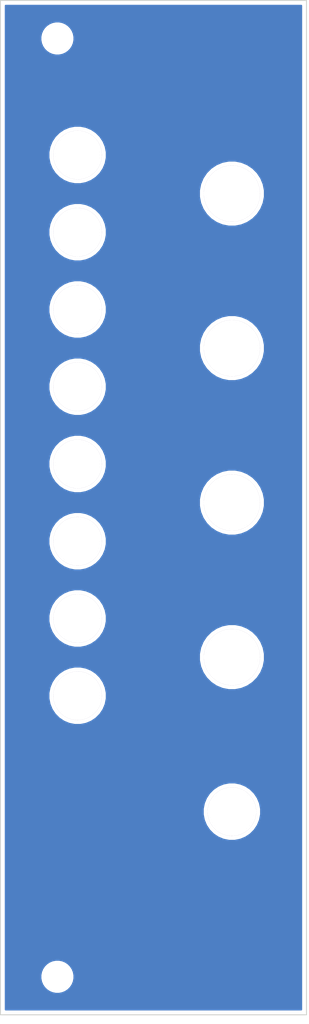
<source format=kicad_pcb>
(kicad_pcb (version 20171130) (host pcbnew 5.1.10)

  (general
    (thickness 1.6)
    (drawings 21)
    (tracks 0)
    (zones 0)
    (modules 15)
    (nets 1)
  )

  (page A4)
  (title_block
    (title kontrast)
    (date 2020-05-09)
    (rev 01)
    (comment 1 "PCB for Panel")
    (comment 2 "mixer and attenuverter")
    (comment 4 "License CC BY 4.0 - Attribution 4.0 International")
  )

  (layers
    (0 F.Cu signal)
    (31 B.Cu signal)
    (32 B.Adhes user)
    (33 F.Adhes user)
    (34 B.Paste user)
    (35 F.Paste user)
    (36 B.SilkS user)
    (37 F.SilkS user)
    (38 B.Mask user)
    (39 F.Mask user)
    (40 Dwgs.User user)
    (41 Cmts.User user)
    (42 Eco1.User user)
    (43 Eco2.User user)
    (44 Edge.Cuts user)
    (45 Margin user)
    (46 B.CrtYd user)
    (47 F.CrtYd user)
    (48 B.Fab user)
    (49 F.Fab user)
  )

  (setup
    (last_trace_width 0.25)
    (trace_clearance 0.2)
    (zone_clearance 0.508)
    (zone_45_only no)
    (trace_min 0.2)
    (via_size 0.8)
    (via_drill 0.4)
    (via_min_size 0.4)
    (via_min_drill 0.3)
    (uvia_size 0.3)
    (uvia_drill 0.1)
    (uvias_allowed no)
    (uvia_min_size 0.2)
    (uvia_min_drill 0.1)
    (edge_width 0.05)
    (segment_width 0.2)
    (pcb_text_width 0.3)
    (pcb_text_size 1.5 1.5)
    (mod_edge_width 0.12)
    (mod_text_size 1 1)
    (mod_text_width 0.15)
    (pad_size 5 5)
    (pad_drill 0)
    (pad_to_mask_clearance 0.051)
    (solder_mask_min_width 0.25)
    (aux_axis_origin 0 0)
    (visible_elements 7FFFFFFF)
    (pcbplotparams
      (layerselection 0x010f0_ffffffff)
      (usegerberextensions false)
      (usegerberattributes false)
      (usegerberadvancedattributes false)
      (creategerberjobfile false)
      (excludeedgelayer true)
      (linewidth 0.100000)
      (plotframeref false)
      (viasonmask false)
      (mode 1)
      (useauxorigin false)
      (hpglpennumber 1)
      (hpglpenspeed 20)
      (hpglpendiameter 15.000000)
      (psnegative false)
      (psa4output false)
      (plotreference true)
      (plotvalue true)
      (plotinvisibletext false)
      (padsonsilk false)
      (subtractmaskfromsilk false)
      (outputformat 1)
      (mirror false)
      (drillshape 0)
      (scaleselection 1)
      (outputdirectory "gerbers/"))
  )

  (net 0 "")

  (net_class Default "This is the default net class."
    (clearance 0.2)
    (trace_width 0.25)
    (via_dia 0.8)
    (via_drill 0.4)
    (uvia_dia 0.3)
    (uvia_drill 0.1)
  )

  (module MountingHole:MountingHole_3.2mm_M3 (layer F.Cu) (tedit 56D1B4CB) (tstamp 5EB6B789)
    (at 32.9 153.8)
    (descr "Mounting Hole 3.2mm, no annular, M3")
    (tags "mounting hole 3.2mm no annular m3")
    (path /5EB6675B)
    (attr virtual)
    (fp_text reference H15 (at 0 -4.2) (layer F.SilkS) hide
      (effects (font (size 1 1) (thickness 0.15)))
    )
    (fp_text value MountingHole (at 0 4.2) (layer F.Fab) hide
      (effects (font (size 1 1) (thickness 0.15)))
    )
    (fp_text user %R (at 0.3 0) (layer F.Fab) hide
      (effects (font (size 1 1) (thickness 0.15)))
    )
    (fp_circle (center 0 0) (end 3.2 0) (layer Cmts.User) (width 0.15))
    (fp_circle (center 0 0) (end 3.45 0) (layer F.CrtYd) (width 0.05))
    (pad 1 np_thru_hole circle (at 0 0) (size 3.2 3.2) (drill 3.2) (layers *.Cu *.Mask))
  )

  (module MountingHole:MountingHole_3.2mm_M3 (layer F.Cu) (tedit 56D1B4CB) (tstamp 5EB6B781)
    (at 32.9 30.4)
    (descr "Mounting Hole 3.2mm, no annular, M3")
    (tags "mounting hole 3.2mm no annular m3")
    (path /5EB66265)
    (attr virtual)
    (fp_text reference H14 (at 0 -4.2) (layer F.SilkS) hide
      (effects (font (size 1 1) (thickness 0.15)))
    )
    (fp_text value MountingHole (at 0 4.2) (layer F.Fab) hide
      (effects (font (size 1 1) (thickness 0.15)))
    )
    (fp_text user %R (at 0.3 0) (layer F.Fab) hide
      (effects (font (size 1 1) (thickness 0.15)))
    )
    (fp_circle (center 0 0) (end 3.2 0) (layer Cmts.User) (width 0.15))
    (fp_circle (center 0 0) (end 3.45 0) (layer F.CrtYd) (width 0.05))
    (pad 1 np_thru_hole circle (at 0 0) (size 3.2 3.2) (drill 3.2) (layers *.Cu *.Mask))
  )

  (module elektrophon:panel_jack (layer F.Cu) (tedit 60A0E3B3) (tstamp 5D6B4C03)
    (at 55.88 132.08)
    (descr "Mounting Hole 8.4mm, no annular, M8")
    (tags "mounting hole 8.4mm no annular m8")
    (path /5D6B07F8)
    (attr virtual)
    (fp_text reference H7 (at 0 -9.4) (layer F.SilkS) hide
      (effects (font (size 1 1) (thickness 0.15)))
    )
    (fp_text value out (at 0 9.144) (layer F.Mask) hide
      (effects (font (size 2 1.4) (thickness 0.25)))
    )
    (fp_text user %R (at 0.3 0) (layer F.Fab) hide
      (effects (font (size 1 1) (thickness 0.15)))
    )
    (fp_circle (center 0 0) (end 4.2 0) (layer F.CrtYd) (width 0.05))
    (fp_circle (center 0 0) (end 4 0) (layer Cmts.User) (width 0.15))
    (pad "" thru_hole circle (at 0 0) (size 6.4 6.4) (drill 6.4) (layers *.Cu *.Mask))
    (model "${KIPRJMOD}/../../../lib/kicad/models/PJ301M-12 Thonkiconn v0.2.stp"
      (offset (xyz 0 0.8 -10.5))
      (scale (xyz 1 1 1))
      (rotate (xyz 0 0 0))
    )
  )

  (module elektrophon:panel_potentiometer (layer F.Cu) (tedit 60A0E3DF) (tstamp 5EADD279)
    (at 55.88 50.8)
    (descr "Mounting Hole 8.4mm, no annular, M8")
    (tags "mounting hole 8.4mm no annular m8")
    (path /5D6AFC22)
    (attr virtual)
    (fp_text reference H2 (at 0 -9.4) (layer F.SilkS) hide
      (effects (font (size 1 1) (thickness 0.15)))
    )
    (fp_text value vol1 (at -26.67 0 90) (layer F.Mask) hide
      (effects (font (size 2 1.4) (thickness 0.25)))
    )
    (fp_text user %R (at 0.3 0) (layer F.Fab) hide
      (effects (font (size 1 1) (thickness 0.15)))
    )
    (fp_circle (center 0 0) (end 6.6 0) (layer F.CrtYd) (width 0.05))
    (fp_circle (center 0 0) (end 6.35 0) (layer Cmts.User) (width 0.15))
    (pad "" thru_hole circle (at 0 0) (size 7.4 7.4) (drill 7.4) (layers *.Cu *.Mask))
    (model ${KIPRJMOD}/../../../lib/kicad/models/ALPHA-RD901F-40.step
      (offset (xyz 0 0.5 -12))
      (scale (xyz 1 1 1))
      (rotate (xyz 0 0 0))
    )
  )

  (module elektrophon:panel_jack (layer F.Cu) (tedit 60A0E3B3) (tstamp 5EADD271)
    (at 35.56 45.72)
    (descr "Mounting Hole 8.4mm, no annular, M8")
    (tags "mounting hole 8.4mm no annular m8")
    (path /5D6B047C)
    (attr virtual)
    (fp_text reference H1 (at 0 -9.4) (layer F.SilkS) hide
      (effects (font (size 1 1) (thickness 0.15)))
    )
    (fp_text value in1 (at 0 9.144) (layer F.Mask) hide
      (effects (font (size 2 1.4) (thickness 0.25)))
    )
    (fp_text user %R (at 0.3 0) (layer F.Fab) hide
      (effects (font (size 1 1) (thickness 0.15)))
    )
    (fp_circle (center 0 0) (end 4.2 0) (layer F.CrtYd) (width 0.05))
    (fp_circle (center 0 0) (end 4 0) (layer Cmts.User) (width 0.15))
    (pad "" thru_hole circle (at 0 0) (size 6.4 6.4) (drill 6.4) (layers *.Cu *.Mask))
    (model "${KIPRJMOD}/../../../lib/kicad/models/PJ301M-12 Thonkiconn v0.2.stp"
      (offset (xyz 0 0.8 -10.5))
      (scale (xyz 1 1 1))
      (rotate (xyz 0 0 0))
    )
  )

  (module elektrophon:panel_potentiometer (layer F.Cu) (tedit 60A0E3DF) (tstamp 5EADD16B)
    (at 55.88 111.76)
    (descr "Mounting Hole 8.4mm, no annular, M8")
    (tags "mounting hole 8.4mm no annular m8")
    (path /5EADB1C2)
    (attr virtual)
    (fp_text reference H13 (at 0 -9.4) (layer F.SilkS) hide
      (effects (font (size 1 1) (thickness 0.15)))
    )
    (fp_text value vol4 (at -26.67 0 90) (layer F.Mask) hide
      (effects (font (size 2 1.4) (thickness 0.25)))
    )
    (fp_text user %R (at 0.3 0) (layer F.Fab) hide
      (effects (font (size 1 1) (thickness 0.15)))
    )
    (fp_circle (center 0 0) (end 6.6 0) (layer F.CrtYd) (width 0.05))
    (fp_circle (center 0 0) (end 6.35 0) (layer Cmts.User) (width 0.15))
    (pad "" thru_hole circle (at 0 0) (size 7.4 7.4) (drill 7.4) (layers *.Cu *.Mask))
    (model ${KIPRJMOD}/../../../lib/kicad/models/ALPHA-RD901F-40.step
      (offset (xyz 0 0.5 -12))
      (scale (xyz 1 1 1))
      (rotate (xyz 0 0 0))
    )
  )

  (module elektrophon:panel_potentiometer (layer F.Cu) (tedit 60A0E3DF) (tstamp 5EADD163)
    (at 55.88 91.44)
    (descr "Mounting Hole 8.4mm, no annular, M8")
    (tags "mounting hole 8.4mm no annular m8")
    (path /5EADA36C)
    (attr virtual)
    (fp_text reference H12 (at 0 -9.4) (layer F.SilkS) hide
      (effects (font (size 1 1) (thickness 0.15)))
    )
    (fp_text value vol3 (at -26.67 0 90) (layer F.Mask) hide
      (effects (font (size 2 1.4) (thickness 0.25)))
    )
    (fp_text user %R (at 0.3 0) (layer F.Fab) hide
      (effects (font (size 1 1) (thickness 0.15)))
    )
    (fp_circle (center 0 0) (end 6.6 0) (layer F.CrtYd) (width 0.05))
    (fp_circle (center 0 0) (end 6.35 0) (layer Cmts.User) (width 0.15))
    (pad "" thru_hole circle (at 0 0) (size 7.4 7.4) (drill 7.4) (layers *.Cu *.Mask))
    (model ${KIPRJMOD}/../../../lib/kicad/models/ALPHA-RD901F-40.step
      (offset (xyz 0 0.5 -12))
      (scale (xyz 1 1 1))
      (rotate (xyz 0 0 0))
    )
  )

  (module elektrophon:panel_potentiometer (layer F.Cu) (tedit 60A0E3DF) (tstamp 5EADD15B)
    (at 55.88 71.12)
    (descr "Mounting Hole 8.4mm, no annular, M8")
    (tags "mounting hole 8.4mm no annular m8")
    (path /5EAD9687)
    (attr virtual)
    (fp_text reference H11 (at 0 -9.4) (layer F.SilkS) hide
      (effects (font (size 1 1) (thickness 0.15)))
    )
    (fp_text value vol2 (at -26.67 0 90) (layer F.Mask) hide
      (effects (font (size 2 1.4) (thickness 0.25)))
    )
    (fp_text user %R (at 0.3 0) (layer F.Fab) hide
      (effects (font (size 1 1) (thickness 0.15)))
    )
    (fp_circle (center 0 0) (end 6.6 0) (layer F.CrtYd) (width 0.05))
    (fp_circle (center 0 0) (end 6.35 0) (layer Cmts.User) (width 0.15))
    (pad "" thru_hole circle (at 0 0) (size 7.4 7.4) (drill 7.4) (layers *.Cu *.Mask))
    (model ${KIPRJMOD}/../../../lib/kicad/models/ALPHA-RD901F-40.step
      (offset (xyz 0 0.5 -12))
      (scale (xyz 1 1 1))
      (rotate (xyz 0 0 0))
    )
  )

  (module elektrophon:panel_jack (layer F.Cu) (tedit 60A0E3B3) (tstamp 5EADD153)
    (at 35.56 116.84)
    (descr "Mounting Hole 8.4mm, no annular, M8")
    (tags "mounting hole 8.4mm no annular m8")
    (path /5EADB1CE)
    (attr virtual)
    (fp_text reference H10 (at 0 -9.4) (layer F.SilkS) hide
      (effects (font (size 1 1) (thickness 0.15)))
    )
    (fp_text value out4 (at 0 9.144) (layer F.Mask) hide
      (effects (font (size 2 1.4) (thickness 0.25)))
    )
    (fp_text user %R (at 0.3 0) (layer F.Fab) hide
      (effects (font (size 1 1) (thickness 0.15)))
    )
    (fp_circle (center 0 0) (end 4.2 0) (layer F.CrtYd) (width 0.05))
    (fp_circle (center 0 0) (end 4 0) (layer Cmts.User) (width 0.15))
    (pad "" thru_hole circle (at 0 0) (size 6.4 6.4) (drill 6.4) (layers *.Cu *.Mask))
    (model "${KIPRJMOD}/../../../lib/kicad/models/PJ301M-12 Thonkiconn v0.2.stp"
      (offset (xyz 0 0.8 -10.5))
      (scale (xyz 1 1 1))
      (rotate (xyz 0 0 0))
    )
  )

  (module elektrophon:panel_jack (layer F.Cu) (tedit 60A0E3B3) (tstamp 5EADD14B)
    (at 35.56 106.68)
    (descr "Mounting Hole 8.4mm, no annular, M8")
    (tags "mounting hole 8.4mm no annular m8")
    (path /5EADB1C8)
    (attr virtual)
    (fp_text reference H9 (at 0 -9.4) (layer F.SilkS) hide
      (effects (font (size 1 1) (thickness 0.15)))
    )
    (fp_text value in4 (at 0 9.144) (layer F.Mask) hide
      (effects (font (size 2 1.4) (thickness 0.25)))
    )
    (fp_text user %R (at 0.3 0) (layer F.Fab) hide
      (effects (font (size 1 1) (thickness 0.15)))
    )
    (fp_circle (center 0 0) (end 4.2 0) (layer F.CrtYd) (width 0.05))
    (fp_circle (center 0 0) (end 4 0) (layer Cmts.User) (width 0.15))
    (pad "" thru_hole circle (at 0 0) (size 6.4 6.4) (drill 6.4) (layers *.Cu *.Mask))
    (model "${KIPRJMOD}/../../../lib/kicad/models/PJ301M-12 Thonkiconn v0.2.stp"
      (offset (xyz 0 0.8 -10.5))
      (scale (xyz 1 1 1))
      (rotate (xyz 0 0 0))
    )
  )

  (module elektrophon:panel_jack (layer F.Cu) (tedit 60A0E3B3) (tstamp 5EADD143)
    (at 35.56 96.52)
    (descr "Mounting Hole 8.4mm, no annular, M8")
    (tags "mounting hole 8.4mm no annular m8")
    (path /5EADA378)
    (attr virtual)
    (fp_text reference H8 (at 0 -9.4) (layer F.SilkS) hide
      (effects (font (size 1 1) (thickness 0.15)))
    )
    (fp_text value out3 (at 0 9.144) (layer F.Mask) hide
      (effects (font (size 2 1.4) (thickness 0.25)))
    )
    (fp_text user %R (at 0.3 0) (layer F.Fab) hide
      (effects (font (size 1 1) (thickness 0.15)))
    )
    (fp_circle (center 0 0) (end 4.2 0) (layer F.CrtYd) (width 0.05))
    (fp_circle (center 0 0) (end 4 0) (layer Cmts.User) (width 0.15))
    (pad "" thru_hole circle (at 0 0) (size 6.4 6.4) (drill 6.4) (layers *.Cu *.Mask))
    (model "${KIPRJMOD}/../../../lib/kicad/models/PJ301M-12 Thonkiconn v0.2.stp"
      (offset (xyz 0 0.8 -10.5))
      (scale (xyz 1 1 1))
      (rotate (xyz 0 0 0))
    )
  )

  (module elektrophon:panel_jack (layer F.Cu) (tedit 60A0E3B3) (tstamp 5EADD12D)
    (at 35.56 86.36)
    (descr "Mounting Hole 8.4mm, no annular, M8")
    (tags "mounting hole 8.4mm no annular m8")
    (path /5EADA372)
    (attr virtual)
    (fp_text reference H6 (at 0 -9.4) (layer F.SilkS) hide
      (effects (font (size 1 1) (thickness 0.15)))
    )
    (fp_text value in3 (at 0 9.144) (layer F.Mask) hide
      (effects (font (size 2 1.4) (thickness 0.25)))
    )
    (fp_text user %R (at 0.3 0) (layer F.Fab) hide
      (effects (font (size 1 1) (thickness 0.15)))
    )
    (fp_circle (center 0 0) (end 4.2 0) (layer F.CrtYd) (width 0.05))
    (fp_circle (center 0 0) (end 4 0) (layer Cmts.User) (width 0.15))
    (pad "" thru_hole circle (at 0 0) (size 6.4 6.4) (drill 6.4) (layers *.Cu *.Mask))
    (model "${KIPRJMOD}/../../../lib/kicad/models/PJ301M-12 Thonkiconn v0.2.stp"
      (offset (xyz 0 0.8 -10.5))
      (scale (xyz 1 1 1))
      (rotate (xyz 0 0 0))
    )
  )

  (module elektrophon:panel_jack (layer F.Cu) (tedit 60A0E3B3) (tstamp 5EADD125)
    (at 35.56 76.2)
    (descr "Mounting Hole 8.4mm, no annular, M8")
    (tags "mounting hole 8.4mm no annular m8")
    (path /5EAD9693)
    (attr virtual)
    (fp_text reference H5 (at 0 -9.4) (layer F.SilkS) hide
      (effects (font (size 1 1) (thickness 0.15)))
    )
    (fp_text value out2 (at 0 9.144) (layer F.Mask) hide
      (effects (font (size 2 1.4) (thickness 0.25)))
    )
    (fp_text user %R (at 0.3 0) (layer F.Fab) hide
      (effects (font (size 1 1) (thickness 0.15)))
    )
    (fp_circle (center 0 0) (end 4.2 0) (layer F.CrtYd) (width 0.05))
    (fp_circle (center 0 0) (end 4 0) (layer Cmts.User) (width 0.15))
    (pad "" thru_hole circle (at 0 0) (size 6.4 6.4) (drill 6.4) (layers *.Cu *.Mask))
    (model "${KIPRJMOD}/../../../lib/kicad/models/PJ301M-12 Thonkiconn v0.2.stp"
      (offset (xyz 0 0.8 -10.5))
      (scale (xyz 1 1 1))
      (rotate (xyz 0 0 0))
    )
  )

  (module elektrophon:panel_jack (layer F.Cu) (tedit 60A0E3B3) (tstamp 5EADD11D)
    (at 35.56 66.04)
    (descr "Mounting Hole 8.4mm, no annular, M8")
    (tags "mounting hole 8.4mm no annular m8")
    (path /5EAD968D)
    (attr virtual)
    (fp_text reference H4 (at 0 -9.4) (layer F.SilkS) hide
      (effects (font (size 1 1) (thickness 0.15)))
    )
    (fp_text value in2 (at 0 9.144) (layer F.Mask) hide
      (effects (font (size 2 1.4) (thickness 0.25)))
    )
    (fp_text user %R (at 0.3 0) (layer F.Fab) hide
      (effects (font (size 1 1) (thickness 0.15)))
    )
    (fp_circle (center 0 0) (end 4.2 0) (layer F.CrtYd) (width 0.05))
    (fp_circle (center 0 0) (end 4 0) (layer Cmts.User) (width 0.15))
    (pad "" thru_hole circle (at 0 0) (size 6.4 6.4) (drill 6.4) (layers *.Cu *.Mask))
    (model "${KIPRJMOD}/../../../lib/kicad/models/PJ301M-12 Thonkiconn v0.2.stp"
      (offset (xyz 0 0.8 -10.5))
      (scale (xyz 1 1 1))
      (rotate (xyz 0 0 0))
    )
  )

  (module elektrophon:panel_jack (layer F.Cu) (tedit 60A0E3B3) (tstamp 5EADD115)
    (at 35.56 55.88)
    (descr "Mounting Hole 8.4mm, no annular, M8")
    (tags "mounting hole 8.4mm no annular m8")
    (path /5EAD83BF)
    (attr virtual)
    (fp_text reference H3 (at 0 -9.4) (layer F.SilkS) hide
      (effects (font (size 1 1) (thickness 0.15)))
    )
    (fp_text value out1 (at 0 9.144) (layer F.Mask) hide
      (effects (font (size 2 1.4) (thickness 0.25)))
    )
    (fp_text user %R (at 0.3 0) (layer F.Fab) hide
      (effects (font (size 1 1) (thickness 0.15)))
    )
    (fp_circle (center 0 0) (end 4.2 0) (layer F.CrtYd) (width 0.05))
    (fp_circle (center 0 0) (end 4 0) (layer Cmts.User) (width 0.15))
    (pad "" thru_hole circle (at 0 0) (size 6.4 6.4) (drill 6.4) (layers *.Cu *.Mask))
    (model "${KIPRJMOD}/../../../lib/kicad/models/PJ301M-12 Thonkiconn v0.2.stp"
      (offset (xyz 0 0.8 -10.5))
      (scale (xyz 1 1 1))
      (rotate (xyz 0 0 0))
    )
  )

  (gr_text "#4" (at 29.21 111.76 90) (layer F.Mask) (tstamp 5ECA248D)
    (effects (font (size 2 1.4) (thickness 0.25)))
  )
  (gr_text "#3" (at 29.21 91.44 90) (layer F.Mask) (tstamp 5ECA248D)
    (effects (font (size 2 1.4) (thickness 0.25)))
  )
  (gr_text "#2" (at 29.21 71.12 90) (layer F.Mask) (tstamp 5ECA248D)
    (effects (font (size 2 1.4) (thickness 0.25)))
  )
  (gr_text "#1" (at 29.21 50.8 90) (layer F.Mask)
    (effects (font (size 2 1.4) (thickness 0.25)))
  )
  (gr_line (start 55.88 111.76) (end 55.88 132.08) (layer F.Mask) (width 0.25))
  (gr_line (start 55.88 111.76) (end 55.88 38.1) (layer F.Mask) (width 0.25))
  (gr_line (start 55.88 111.76) (end 35.56 116.84) (layer F.Mask) (width 0.25))
  (gr_line (start 35.56 106.68) (end 55.88 111.76) (layer F.Mask) (width 0.25))
  (gr_line (start 55.88 91.44) (end 35.56 96.52) (layer F.Mask) (width 0.25))
  (gr_line (start 35.56 86.36) (end 55.88 91.44) (layer F.Mask) (width 0.25))
  (gr_line (start 55.88 71.12) (end 35.56 76.2) (layer F.Mask) (width 0.25))
  (gr_line (start 35.56 66.04) (end 55.88 71.12) (layer F.Mask) (width 0.25))
  (gr_line (start 55.88 50.8) (end 35.56 55.88) (layer F.Mask) (width 0.25))
  (gr_line (start 35.56 45.72) (end 55.88 50.8) (layer F.Mask) (width 0.25))
  (gr_text R01 (at 60.12 155.09) (layer F.Cu)
    (effects (font (size 2 1.4) (thickness 0.25)))
  )
  (gr_text out (at 55.88 141.22) (layer F.Mask) (tstamp 5D87320C)
    (effects (font (size 2 1.4) (thickness 0.25)))
  )
  (gr_text kontrast (at 45.55 30.48) (layer F.Mask)
    (effects (font (size 3 3) (thickness 0.35)))
  )
  (gr_line (start 65.7 158.8) (end 25.4 158.8) (layer Edge.Cuts) (width 0.12))
  (gr_line (start 65.7 25.4) (end 65.7 158.8) (layer Edge.Cuts) (width 0.12))
  (gr_line (start 25.4 25.4) (end 25.4 158.8) (layer Edge.Cuts) (width 0.12))
  (gr_line (start 25.4 25.4) (end 65.7 25.4) (layer Edge.Cuts) (width 0.12))

  (zone (net 0) (net_name "") (layer B.Cu) (tstamp 5EC9047D) (hatch edge 0.508)
    (connect_pads (clearance 0.508))
    (min_thickness 0.254)
    (fill yes (arc_segments 32) (thermal_gap 0.508) (thermal_bridge_width 0.508))
    (polygon
      (pts
        (xy 66.04 160.02) (xy 25.4 160.02) (xy 25.4 25.4) (xy 66.04 25.4)
      )
    )
    (filled_polygon
      (pts
        (xy 65.005001 158.105) (xy 26.095 158.105) (xy 26.095 153.579872) (xy 30.665 153.579872) (xy 30.665 154.020128)
        (xy 30.75089 154.451925) (xy 30.919369 154.858669) (xy 31.163962 155.224729) (xy 31.475271 155.536038) (xy 31.841331 155.780631)
        (xy 32.248075 155.94911) (xy 32.679872 156.035) (xy 33.120128 156.035) (xy 33.551925 155.94911) (xy 33.958669 155.780631)
        (xy 34.324729 155.536038) (xy 34.636038 155.224729) (xy 34.880631 154.858669) (xy 35.04911 154.451925) (xy 35.135 154.020128)
        (xy 35.135 153.579872) (xy 35.04911 153.148075) (xy 34.880631 152.741331) (xy 34.636038 152.375271) (xy 34.324729 152.063962)
        (xy 33.958669 151.819369) (xy 33.551925 151.65089) (xy 33.120128 151.565) (xy 32.679872 151.565) (xy 32.248075 151.65089)
        (xy 31.841331 151.819369) (xy 31.475271 152.063962) (xy 31.163962 152.375271) (xy 30.919369 152.741331) (xy 30.75089 153.148075)
        (xy 30.665 153.579872) (xy 26.095 153.579872) (xy 26.095 131.702285) (xy 52.045 131.702285) (xy 52.045 132.457715)
        (xy 52.192377 133.198628) (xy 52.481467 133.896554) (xy 52.901161 134.52467) (xy 53.43533 135.058839) (xy 54.063446 135.478533)
        (xy 54.761372 135.767623) (xy 55.502285 135.915) (xy 56.257715 135.915) (xy 56.998628 135.767623) (xy 57.696554 135.478533)
        (xy 58.32467 135.058839) (xy 58.858839 134.52467) (xy 59.278533 133.896554) (xy 59.567623 133.198628) (xy 59.715 132.457715)
        (xy 59.715 131.702285) (xy 59.567623 130.961372) (xy 59.278533 130.263446) (xy 58.858839 129.63533) (xy 58.32467 129.101161)
        (xy 57.696554 128.681467) (xy 56.998628 128.392377) (xy 56.257715 128.245) (xy 55.502285 128.245) (xy 54.761372 128.392377)
        (xy 54.063446 128.681467) (xy 53.43533 129.101161) (xy 52.901161 129.63533) (xy 52.481467 130.263446) (xy 52.192377 130.961372)
        (xy 52.045 131.702285) (xy 26.095 131.702285) (xy 26.095 116.462285) (xy 31.725 116.462285) (xy 31.725 117.217715)
        (xy 31.872377 117.958628) (xy 32.161467 118.656554) (xy 32.581161 119.28467) (xy 33.11533 119.818839) (xy 33.743446 120.238533)
        (xy 34.441372 120.527623) (xy 35.182285 120.675) (xy 35.937715 120.675) (xy 36.678628 120.527623) (xy 37.376554 120.238533)
        (xy 38.00467 119.818839) (xy 38.538839 119.28467) (xy 38.958533 118.656554) (xy 39.247623 117.958628) (xy 39.395 117.217715)
        (xy 39.395 116.462285) (xy 39.247623 115.721372) (xy 38.958533 115.023446) (xy 38.538839 114.39533) (xy 38.00467 113.861161)
        (xy 37.376554 113.441467) (xy 36.678628 113.152377) (xy 35.937715 113.005) (xy 35.182285 113.005) (xy 34.441372 113.152377)
        (xy 33.743446 113.441467) (xy 33.11533 113.861161) (xy 32.581161 114.39533) (xy 32.161467 115.023446) (xy 31.872377 115.721372)
        (xy 31.725 116.462285) (xy 26.095 116.462285) (xy 26.095 111.33304) (xy 51.545 111.33304) (xy 51.545 112.18696)
        (xy 51.711592 113.024473) (xy 52.038373 113.813392) (xy 52.512786 114.523401) (xy 53.116599 115.127214) (xy 53.826608 115.601627)
        (xy 54.615527 115.928408) (xy 55.45304 116.095) (xy 56.30696 116.095) (xy 57.144473 115.928408) (xy 57.933392 115.601627)
        (xy 58.643401 115.127214) (xy 59.247214 114.523401) (xy 59.721627 113.813392) (xy 60.048408 113.024473) (xy 60.215 112.18696)
        (xy 60.215 111.33304) (xy 60.048408 110.495527) (xy 59.721627 109.706608) (xy 59.247214 108.996599) (xy 58.643401 108.392786)
        (xy 57.933392 107.918373) (xy 57.144473 107.591592) (xy 56.30696 107.425) (xy 55.45304 107.425) (xy 54.615527 107.591592)
        (xy 53.826608 107.918373) (xy 53.116599 108.392786) (xy 52.512786 108.996599) (xy 52.038373 109.706608) (xy 51.711592 110.495527)
        (xy 51.545 111.33304) (xy 26.095 111.33304) (xy 26.095 106.302285) (xy 31.725 106.302285) (xy 31.725 107.057715)
        (xy 31.872377 107.798628) (xy 32.161467 108.496554) (xy 32.581161 109.12467) (xy 33.11533 109.658839) (xy 33.743446 110.078533)
        (xy 34.441372 110.367623) (xy 35.182285 110.515) (xy 35.937715 110.515) (xy 36.678628 110.367623) (xy 37.376554 110.078533)
        (xy 38.00467 109.658839) (xy 38.538839 109.12467) (xy 38.958533 108.496554) (xy 39.247623 107.798628) (xy 39.395 107.057715)
        (xy 39.395 106.302285) (xy 39.247623 105.561372) (xy 38.958533 104.863446) (xy 38.538839 104.23533) (xy 38.00467 103.701161)
        (xy 37.376554 103.281467) (xy 36.678628 102.992377) (xy 35.937715 102.845) (xy 35.182285 102.845) (xy 34.441372 102.992377)
        (xy 33.743446 103.281467) (xy 33.11533 103.701161) (xy 32.581161 104.23533) (xy 32.161467 104.863446) (xy 31.872377 105.561372)
        (xy 31.725 106.302285) (xy 26.095 106.302285) (xy 26.095 96.142285) (xy 31.725 96.142285) (xy 31.725 96.897715)
        (xy 31.872377 97.638628) (xy 32.161467 98.336554) (xy 32.581161 98.96467) (xy 33.11533 99.498839) (xy 33.743446 99.918533)
        (xy 34.441372 100.207623) (xy 35.182285 100.355) (xy 35.937715 100.355) (xy 36.678628 100.207623) (xy 37.376554 99.918533)
        (xy 38.00467 99.498839) (xy 38.538839 98.96467) (xy 38.958533 98.336554) (xy 39.247623 97.638628) (xy 39.395 96.897715)
        (xy 39.395 96.142285) (xy 39.247623 95.401372) (xy 38.958533 94.703446) (xy 38.538839 94.07533) (xy 38.00467 93.541161)
        (xy 37.376554 93.121467) (xy 36.678628 92.832377) (xy 35.937715 92.685) (xy 35.182285 92.685) (xy 34.441372 92.832377)
        (xy 33.743446 93.121467) (xy 33.11533 93.541161) (xy 32.581161 94.07533) (xy 32.161467 94.703446) (xy 31.872377 95.401372)
        (xy 31.725 96.142285) (xy 26.095 96.142285) (xy 26.095 91.01304) (xy 51.545 91.01304) (xy 51.545 91.86696)
        (xy 51.711592 92.704473) (xy 52.038373 93.493392) (xy 52.512786 94.203401) (xy 53.116599 94.807214) (xy 53.826608 95.281627)
        (xy 54.615527 95.608408) (xy 55.45304 95.775) (xy 56.30696 95.775) (xy 57.144473 95.608408) (xy 57.933392 95.281627)
        (xy 58.643401 94.807214) (xy 59.247214 94.203401) (xy 59.721627 93.493392) (xy 60.048408 92.704473) (xy 60.215 91.86696)
        (xy 60.215 91.01304) (xy 60.048408 90.175527) (xy 59.721627 89.386608) (xy 59.247214 88.676599) (xy 58.643401 88.072786)
        (xy 57.933392 87.598373) (xy 57.144473 87.271592) (xy 56.30696 87.105) (xy 55.45304 87.105) (xy 54.615527 87.271592)
        (xy 53.826608 87.598373) (xy 53.116599 88.072786) (xy 52.512786 88.676599) (xy 52.038373 89.386608) (xy 51.711592 90.175527)
        (xy 51.545 91.01304) (xy 26.095 91.01304) (xy 26.095 85.982285) (xy 31.725 85.982285) (xy 31.725 86.737715)
        (xy 31.872377 87.478628) (xy 32.161467 88.176554) (xy 32.581161 88.80467) (xy 33.11533 89.338839) (xy 33.743446 89.758533)
        (xy 34.441372 90.047623) (xy 35.182285 90.195) (xy 35.937715 90.195) (xy 36.678628 90.047623) (xy 37.376554 89.758533)
        (xy 38.00467 89.338839) (xy 38.538839 88.80467) (xy 38.958533 88.176554) (xy 39.247623 87.478628) (xy 39.395 86.737715)
        (xy 39.395 85.982285) (xy 39.247623 85.241372) (xy 38.958533 84.543446) (xy 38.538839 83.91533) (xy 38.00467 83.381161)
        (xy 37.376554 82.961467) (xy 36.678628 82.672377) (xy 35.937715 82.525) (xy 35.182285 82.525) (xy 34.441372 82.672377)
        (xy 33.743446 82.961467) (xy 33.11533 83.381161) (xy 32.581161 83.91533) (xy 32.161467 84.543446) (xy 31.872377 85.241372)
        (xy 31.725 85.982285) (xy 26.095 85.982285) (xy 26.095 75.822285) (xy 31.725 75.822285) (xy 31.725 76.577715)
        (xy 31.872377 77.318628) (xy 32.161467 78.016554) (xy 32.581161 78.64467) (xy 33.11533 79.178839) (xy 33.743446 79.598533)
        (xy 34.441372 79.887623) (xy 35.182285 80.035) (xy 35.937715 80.035) (xy 36.678628 79.887623) (xy 37.376554 79.598533)
        (xy 38.00467 79.178839) (xy 38.538839 78.64467) (xy 38.958533 78.016554) (xy 39.247623 77.318628) (xy 39.395 76.577715)
        (xy 39.395 75.822285) (xy 39.247623 75.081372) (xy 38.958533 74.383446) (xy 38.538839 73.75533) (xy 38.00467 73.221161)
        (xy 37.376554 72.801467) (xy 36.678628 72.512377) (xy 35.937715 72.365) (xy 35.182285 72.365) (xy 34.441372 72.512377)
        (xy 33.743446 72.801467) (xy 33.11533 73.221161) (xy 32.581161 73.75533) (xy 32.161467 74.383446) (xy 31.872377 75.081372)
        (xy 31.725 75.822285) (xy 26.095 75.822285) (xy 26.095 70.69304) (xy 51.545 70.69304) (xy 51.545 71.54696)
        (xy 51.711592 72.384473) (xy 52.038373 73.173392) (xy 52.512786 73.883401) (xy 53.116599 74.487214) (xy 53.826608 74.961627)
        (xy 54.615527 75.288408) (xy 55.45304 75.455) (xy 56.30696 75.455) (xy 57.144473 75.288408) (xy 57.933392 74.961627)
        (xy 58.643401 74.487214) (xy 59.247214 73.883401) (xy 59.721627 73.173392) (xy 60.048408 72.384473) (xy 60.215 71.54696)
        (xy 60.215 70.69304) (xy 60.048408 69.855527) (xy 59.721627 69.066608) (xy 59.247214 68.356599) (xy 58.643401 67.752786)
        (xy 57.933392 67.278373) (xy 57.144473 66.951592) (xy 56.30696 66.785) (xy 55.45304 66.785) (xy 54.615527 66.951592)
        (xy 53.826608 67.278373) (xy 53.116599 67.752786) (xy 52.512786 68.356599) (xy 52.038373 69.066608) (xy 51.711592 69.855527)
        (xy 51.545 70.69304) (xy 26.095 70.69304) (xy 26.095 65.662285) (xy 31.725 65.662285) (xy 31.725 66.417715)
        (xy 31.872377 67.158628) (xy 32.161467 67.856554) (xy 32.581161 68.48467) (xy 33.11533 69.018839) (xy 33.743446 69.438533)
        (xy 34.441372 69.727623) (xy 35.182285 69.875) (xy 35.937715 69.875) (xy 36.678628 69.727623) (xy 37.376554 69.438533)
        (xy 38.00467 69.018839) (xy 38.538839 68.48467) (xy 38.958533 67.856554) (xy 39.247623 67.158628) (xy 39.395 66.417715)
        (xy 39.395 65.662285) (xy 39.247623 64.921372) (xy 38.958533 64.223446) (xy 38.538839 63.59533) (xy 38.00467 63.061161)
        (xy 37.376554 62.641467) (xy 36.678628 62.352377) (xy 35.937715 62.205) (xy 35.182285 62.205) (xy 34.441372 62.352377)
        (xy 33.743446 62.641467) (xy 33.11533 63.061161) (xy 32.581161 63.59533) (xy 32.161467 64.223446) (xy 31.872377 64.921372)
        (xy 31.725 65.662285) (xy 26.095 65.662285) (xy 26.095 55.502285) (xy 31.725 55.502285) (xy 31.725 56.257715)
        (xy 31.872377 56.998628) (xy 32.161467 57.696554) (xy 32.581161 58.32467) (xy 33.11533 58.858839) (xy 33.743446 59.278533)
        (xy 34.441372 59.567623) (xy 35.182285 59.715) (xy 35.937715 59.715) (xy 36.678628 59.567623) (xy 37.376554 59.278533)
        (xy 38.00467 58.858839) (xy 38.538839 58.32467) (xy 38.958533 57.696554) (xy 39.247623 56.998628) (xy 39.395 56.257715)
        (xy 39.395 55.502285) (xy 39.247623 54.761372) (xy 38.958533 54.063446) (xy 38.538839 53.43533) (xy 38.00467 52.901161)
        (xy 37.376554 52.481467) (xy 36.678628 52.192377) (xy 35.937715 52.045) (xy 35.182285 52.045) (xy 34.441372 52.192377)
        (xy 33.743446 52.481467) (xy 33.11533 52.901161) (xy 32.581161 53.43533) (xy 32.161467 54.063446) (xy 31.872377 54.761372)
        (xy 31.725 55.502285) (xy 26.095 55.502285) (xy 26.095 50.37304) (xy 51.545 50.37304) (xy 51.545 51.22696)
        (xy 51.711592 52.064473) (xy 52.038373 52.853392) (xy 52.512786 53.563401) (xy 53.116599 54.167214) (xy 53.826608 54.641627)
        (xy 54.615527 54.968408) (xy 55.45304 55.135) (xy 56.30696 55.135) (xy 57.144473 54.968408) (xy 57.933392 54.641627)
        (xy 58.643401 54.167214) (xy 59.247214 53.563401) (xy 59.721627 52.853392) (xy 60.048408 52.064473) (xy 60.215 51.22696)
        (xy 60.215 50.37304) (xy 60.048408 49.535527) (xy 59.721627 48.746608) (xy 59.247214 48.036599) (xy 58.643401 47.432786)
        (xy 57.933392 46.958373) (xy 57.144473 46.631592) (xy 56.30696 46.465) (xy 55.45304 46.465) (xy 54.615527 46.631592)
        (xy 53.826608 46.958373) (xy 53.116599 47.432786) (xy 52.512786 48.036599) (xy 52.038373 48.746608) (xy 51.711592 49.535527)
        (xy 51.545 50.37304) (xy 26.095 50.37304) (xy 26.095 45.342285) (xy 31.725 45.342285) (xy 31.725 46.097715)
        (xy 31.872377 46.838628) (xy 32.161467 47.536554) (xy 32.581161 48.16467) (xy 33.11533 48.698839) (xy 33.743446 49.118533)
        (xy 34.441372 49.407623) (xy 35.182285 49.555) (xy 35.937715 49.555) (xy 36.678628 49.407623) (xy 37.376554 49.118533)
        (xy 38.00467 48.698839) (xy 38.538839 48.16467) (xy 38.958533 47.536554) (xy 39.247623 46.838628) (xy 39.395 46.097715)
        (xy 39.395 45.342285) (xy 39.247623 44.601372) (xy 38.958533 43.903446) (xy 38.538839 43.27533) (xy 38.00467 42.741161)
        (xy 37.376554 42.321467) (xy 36.678628 42.032377) (xy 35.937715 41.885) (xy 35.182285 41.885) (xy 34.441372 42.032377)
        (xy 33.743446 42.321467) (xy 33.11533 42.741161) (xy 32.581161 43.27533) (xy 32.161467 43.903446) (xy 31.872377 44.601372)
        (xy 31.725 45.342285) (xy 26.095 45.342285) (xy 26.095 30.179872) (xy 30.665 30.179872) (xy 30.665 30.620128)
        (xy 30.75089 31.051925) (xy 30.919369 31.458669) (xy 31.163962 31.824729) (xy 31.475271 32.136038) (xy 31.841331 32.380631)
        (xy 32.248075 32.54911) (xy 32.679872 32.635) (xy 33.120128 32.635) (xy 33.551925 32.54911) (xy 33.958669 32.380631)
        (xy 34.324729 32.136038) (xy 34.636038 31.824729) (xy 34.880631 31.458669) (xy 35.04911 31.051925) (xy 35.135 30.620128)
        (xy 35.135 30.179872) (xy 35.04911 29.748075) (xy 34.880631 29.341331) (xy 34.636038 28.975271) (xy 34.324729 28.663962)
        (xy 33.958669 28.419369) (xy 33.551925 28.25089) (xy 33.120128 28.165) (xy 32.679872 28.165) (xy 32.248075 28.25089)
        (xy 31.841331 28.419369) (xy 31.475271 28.663962) (xy 31.163962 28.975271) (xy 30.919369 29.341331) (xy 30.75089 29.748075)
        (xy 30.665 30.179872) (xy 26.095 30.179872) (xy 26.095 26.095) (xy 65.005 26.095)
      )
    )
  )
)

</source>
